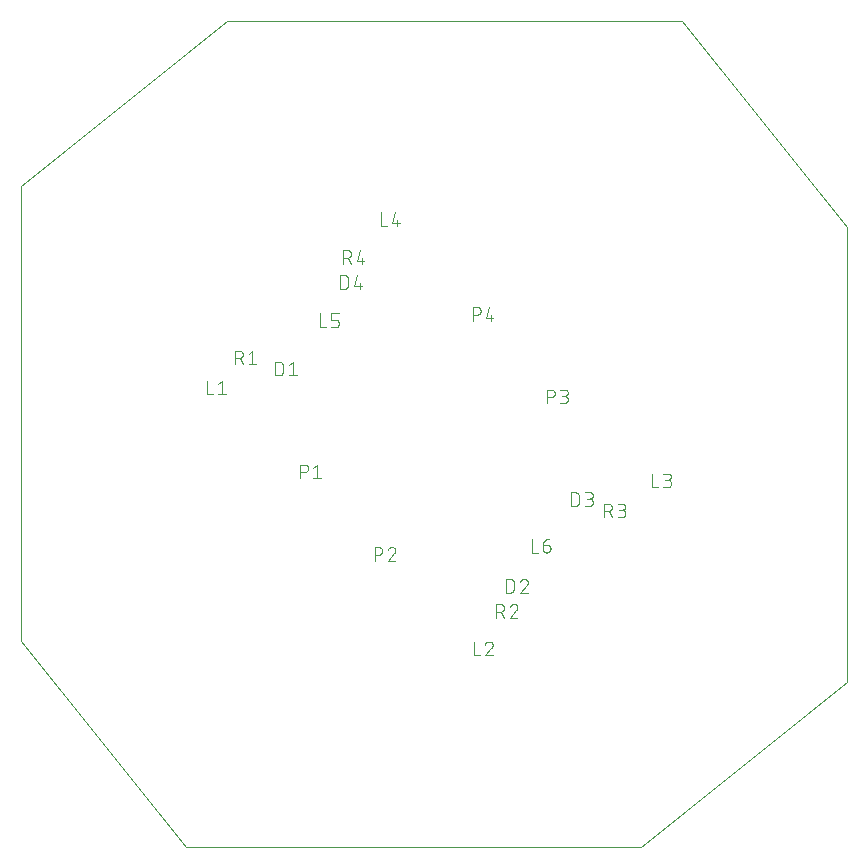
<source format=gbr>
G04 EAGLE Gerber RS-274X export*
G75*
%MOMM*%
%FSLAX34Y34*%
%LPD*%
%IN*%
%IPPOS*%
%AMOC8*
5,1,8,0,0,1.08239X$1,22.5*%
G01*
%ADD10C,0.001000*%
%ADD11C,0.101600*%


D10*
X-175000Y350000D02*
X-350000Y210000D01*
X-350000Y-175000D01*
X-210000Y-350000D01*
X175000Y-350000D01*
X350000Y-210000D01*
X350000Y175000D01*
X210000Y350000D01*
X-175000Y350000D01*
D11*
X-113129Y-25908D02*
X-113129Y-37592D01*
X-113129Y-25908D02*
X-109883Y-25908D01*
X-109770Y-25910D01*
X-109657Y-25916D01*
X-109544Y-25926D01*
X-109431Y-25940D01*
X-109319Y-25957D01*
X-109208Y-25979D01*
X-109098Y-26004D01*
X-108988Y-26034D01*
X-108880Y-26067D01*
X-108773Y-26104D01*
X-108667Y-26144D01*
X-108563Y-26189D01*
X-108460Y-26237D01*
X-108359Y-26288D01*
X-108260Y-26343D01*
X-108163Y-26401D01*
X-108068Y-26463D01*
X-107975Y-26528D01*
X-107885Y-26596D01*
X-107797Y-26667D01*
X-107711Y-26742D01*
X-107628Y-26819D01*
X-107548Y-26899D01*
X-107471Y-26982D01*
X-107396Y-27068D01*
X-107325Y-27156D01*
X-107257Y-27246D01*
X-107192Y-27339D01*
X-107130Y-27434D01*
X-107072Y-27531D01*
X-107017Y-27630D01*
X-106966Y-27731D01*
X-106918Y-27834D01*
X-106873Y-27938D01*
X-106833Y-28044D01*
X-106796Y-28151D01*
X-106763Y-28259D01*
X-106733Y-28369D01*
X-106708Y-28479D01*
X-106686Y-28590D01*
X-106669Y-28702D01*
X-106655Y-28815D01*
X-106645Y-28928D01*
X-106639Y-29041D01*
X-106637Y-29154D01*
X-106639Y-29267D01*
X-106645Y-29380D01*
X-106655Y-29493D01*
X-106669Y-29606D01*
X-106686Y-29718D01*
X-106708Y-29829D01*
X-106733Y-29939D01*
X-106763Y-30049D01*
X-106796Y-30157D01*
X-106833Y-30264D01*
X-106873Y-30370D01*
X-106918Y-30474D01*
X-106966Y-30577D01*
X-107017Y-30678D01*
X-107072Y-30777D01*
X-107130Y-30874D01*
X-107192Y-30969D01*
X-107257Y-31062D01*
X-107325Y-31152D01*
X-107396Y-31240D01*
X-107471Y-31326D01*
X-107548Y-31409D01*
X-107628Y-31489D01*
X-107711Y-31566D01*
X-107797Y-31641D01*
X-107885Y-31712D01*
X-107975Y-31780D01*
X-108068Y-31845D01*
X-108163Y-31907D01*
X-108260Y-31965D01*
X-108359Y-32020D01*
X-108460Y-32071D01*
X-108563Y-32119D01*
X-108667Y-32164D01*
X-108773Y-32204D01*
X-108880Y-32241D01*
X-108988Y-32274D01*
X-109098Y-32304D01*
X-109208Y-32329D01*
X-109319Y-32351D01*
X-109431Y-32368D01*
X-109544Y-32382D01*
X-109657Y-32392D01*
X-109770Y-32398D01*
X-109883Y-32400D01*
X-109883Y-32399D02*
X-113129Y-32399D01*
X-102249Y-28504D02*
X-99004Y-25908D01*
X-99004Y-37592D01*
X-102249Y-37592D02*
X-95758Y-37592D01*
X-50292Y-95758D02*
X-50292Y-107442D01*
X-50292Y-95758D02*
X-47046Y-95758D01*
X-46933Y-95760D01*
X-46820Y-95766D01*
X-46707Y-95776D01*
X-46594Y-95790D01*
X-46482Y-95807D01*
X-46371Y-95829D01*
X-46261Y-95854D01*
X-46151Y-95884D01*
X-46043Y-95917D01*
X-45936Y-95954D01*
X-45830Y-95994D01*
X-45726Y-96039D01*
X-45623Y-96087D01*
X-45522Y-96138D01*
X-45423Y-96193D01*
X-45326Y-96251D01*
X-45231Y-96313D01*
X-45138Y-96378D01*
X-45048Y-96446D01*
X-44960Y-96517D01*
X-44874Y-96592D01*
X-44791Y-96669D01*
X-44711Y-96749D01*
X-44634Y-96832D01*
X-44559Y-96918D01*
X-44488Y-97006D01*
X-44420Y-97096D01*
X-44355Y-97189D01*
X-44293Y-97284D01*
X-44235Y-97381D01*
X-44180Y-97480D01*
X-44129Y-97581D01*
X-44081Y-97684D01*
X-44036Y-97788D01*
X-43996Y-97894D01*
X-43959Y-98001D01*
X-43926Y-98109D01*
X-43896Y-98219D01*
X-43871Y-98329D01*
X-43849Y-98440D01*
X-43832Y-98552D01*
X-43818Y-98665D01*
X-43808Y-98778D01*
X-43802Y-98891D01*
X-43800Y-99004D01*
X-43802Y-99117D01*
X-43808Y-99230D01*
X-43818Y-99343D01*
X-43832Y-99456D01*
X-43849Y-99568D01*
X-43871Y-99679D01*
X-43896Y-99789D01*
X-43926Y-99899D01*
X-43959Y-100007D01*
X-43996Y-100114D01*
X-44036Y-100220D01*
X-44081Y-100324D01*
X-44129Y-100427D01*
X-44180Y-100528D01*
X-44235Y-100627D01*
X-44293Y-100724D01*
X-44355Y-100819D01*
X-44420Y-100912D01*
X-44488Y-101002D01*
X-44559Y-101090D01*
X-44634Y-101176D01*
X-44711Y-101259D01*
X-44791Y-101339D01*
X-44874Y-101416D01*
X-44960Y-101491D01*
X-45048Y-101562D01*
X-45138Y-101630D01*
X-45231Y-101695D01*
X-45326Y-101757D01*
X-45423Y-101815D01*
X-45522Y-101870D01*
X-45623Y-101921D01*
X-45726Y-101969D01*
X-45830Y-102014D01*
X-45936Y-102054D01*
X-46043Y-102091D01*
X-46151Y-102124D01*
X-46261Y-102154D01*
X-46371Y-102179D01*
X-46482Y-102201D01*
X-46594Y-102218D01*
X-46707Y-102232D01*
X-46820Y-102242D01*
X-46933Y-102248D01*
X-47046Y-102250D01*
X-47046Y-102249D02*
X-50292Y-102249D01*
X-35842Y-95758D02*
X-35735Y-95760D01*
X-35629Y-95766D01*
X-35523Y-95776D01*
X-35417Y-95789D01*
X-35311Y-95807D01*
X-35207Y-95828D01*
X-35103Y-95853D01*
X-35000Y-95882D01*
X-34899Y-95914D01*
X-34799Y-95951D01*
X-34700Y-95991D01*
X-34602Y-96034D01*
X-34506Y-96081D01*
X-34412Y-96132D01*
X-34320Y-96186D01*
X-34230Y-96243D01*
X-34142Y-96303D01*
X-34057Y-96367D01*
X-33974Y-96434D01*
X-33893Y-96504D01*
X-33815Y-96576D01*
X-33739Y-96652D01*
X-33667Y-96730D01*
X-33597Y-96811D01*
X-33530Y-96894D01*
X-33466Y-96979D01*
X-33406Y-97067D01*
X-33349Y-97157D01*
X-33295Y-97249D01*
X-33244Y-97343D01*
X-33197Y-97439D01*
X-33154Y-97537D01*
X-33114Y-97636D01*
X-33077Y-97736D01*
X-33045Y-97837D01*
X-33016Y-97940D01*
X-32991Y-98044D01*
X-32970Y-98148D01*
X-32952Y-98254D01*
X-32939Y-98360D01*
X-32929Y-98466D01*
X-32923Y-98572D01*
X-32921Y-98679D01*
X-35842Y-95758D02*
X-35963Y-95760D01*
X-36084Y-95766D01*
X-36204Y-95776D01*
X-36325Y-95789D01*
X-36444Y-95807D01*
X-36564Y-95828D01*
X-36682Y-95853D01*
X-36799Y-95882D01*
X-36916Y-95915D01*
X-37031Y-95951D01*
X-37145Y-95992D01*
X-37258Y-96035D01*
X-37370Y-96083D01*
X-37479Y-96134D01*
X-37587Y-96189D01*
X-37694Y-96247D01*
X-37798Y-96308D01*
X-37900Y-96373D01*
X-38000Y-96441D01*
X-38098Y-96512D01*
X-38194Y-96586D01*
X-38287Y-96663D01*
X-38377Y-96744D01*
X-38465Y-96827D01*
X-38550Y-96913D01*
X-38633Y-97002D01*
X-38712Y-97093D01*
X-38789Y-97187D01*
X-38862Y-97283D01*
X-38932Y-97381D01*
X-38999Y-97482D01*
X-39063Y-97585D01*
X-39124Y-97690D01*
X-39181Y-97797D01*
X-39234Y-97905D01*
X-39284Y-98015D01*
X-39331Y-98127D01*
X-39373Y-98240D01*
X-39412Y-98355D01*
X-33896Y-100951D02*
X-33817Y-100873D01*
X-33741Y-100793D01*
X-33668Y-100710D01*
X-33598Y-100624D01*
X-33531Y-100537D01*
X-33467Y-100446D01*
X-33407Y-100354D01*
X-33349Y-100260D01*
X-33295Y-100163D01*
X-33245Y-100065D01*
X-33198Y-99965D01*
X-33154Y-99864D01*
X-33114Y-99761D01*
X-33078Y-99656D01*
X-33046Y-99551D01*
X-33017Y-99444D01*
X-32992Y-99337D01*
X-32970Y-99228D01*
X-32953Y-99119D01*
X-32939Y-99010D01*
X-32930Y-98900D01*
X-32924Y-98789D01*
X-32922Y-98679D01*
X-33895Y-100951D02*
X-39412Y-107442D01*
X-32921Y-107442D01*
X95758Y25908D02*
X95758Y37592D01*
X99004Y37592D01*
X99117Y37590D01*
X99230Y37584D01*
X99343Y37574D01*
X99456Y37560D01*
X99568Y37543D01*
X99679Y37521D01*
X99789Y37496D01*
X99899Y37466D01*
X100007Y37433D01*
X100114Y37396D01*
X100220Y37356D01*
X100324Y37311D01*
X100427Y37263D01*
X100528Y37212D01*
X100627Y37157D01*
X100724Y37099D01*
X100819Y37037D01*
X100912Y36972D01*
X101002Y36904D01*
X101090Y36833D01*
X101176Y36758D01*
X101259Y36681D01*
X101339Y36601D01*
X101416Y36518D01*
X101491Y36432D01*
X101562Y36344D01*
X101630Y36254D01*
X101695Y36161D01*
X101757Y36066D01*
X101815Y35969D01*
X101870Y35870D01*
X101921Y35769D01*
X101969Y35666D01*
X102014Y35562D01*
X102054Y35456D01*
X102091Y35349D01*
X102124Y35241D01*
X102154Y35131D01*
X102179Y35021D01*
X102201Y34910D01*
X102218Y34798D01*
X102232Y34685D01*
X102242Y34572D01*
X102248Y34459D01*
X102250Y34346D01*
X102248Y34233D01*
X102242Y34120D01*
X102232Y34007D01*
X102218Y33894D01*
X102201Y33782D01*
X102179Y33671D01*
X102154Y33561D01*
X102124Y33451D01*
X102091Y33343D01*
X102054Y33236D01*
X102014Y33130D01*
X101969Y33026D01*
X101921Y32923D01*
X101870Y32822D01*
X101815Y32723D01*
X101757Y32626D01*
X101695Y32531D01*
X101630Y32438D01*
X101562Y32348D01*
X101491Y32260D01*
X101416Y32174D01*
X101339Y32091D01*
X101259Y32011D01*
X101176Y31934D01*
X101090Y31859D01*
X101002Y31788D01*
X100912Y31720D01*
X100819Y31655D01*
X100724Y31593D01*
X100627Y31535D01*
X100528Y31480D01*
X100427Y31429D01*
X100324Y31381D01*
X100220Y31336D01*
X100114Y31296D01*
X100007Y31259D01*
X99899Y31226D01*
X99789Y31196D01*
X99679Y31171D01*
X99568Y31149D01*
X99456Y31132D01*
X99343Y31118D01*
X99230Y31108D01*
X99117Y31102D01*
X99004Y31100D01*
X99004Y31101D02*
X95758Y31101D01*
X106638Y25908D02*
X109883Y25908D01*
X109996Y25910D01*
X110109Y25916D01*
X110222Y25926D01*
X110335Y25940D01*
X110447Y25957D01*
X110558Y25979D01*
X110668Y26004D01*
X110778Y26034D01*
X110886Y26067D01*
X110993Y26104D01*
X111099Y26144D01*
X111203Y26189D01*
X111306Y26237D01*
X111407Y26288D01*
X111506Y26343D01*
X111603Y26401D01*
X111698Y26463D01*
X111791Y26528D01*
X111881Y26596D01*
X111969Y26667D01*
X112055Y26742D01*
X112138Y26819D01*
X112218Y26899D01*
X112295Y26982D01*
X112370Y27068D01*
X112441Y27156D01*
X112509Y27246D01*
X112574Y27339D01*
X112636Y27434D01*
X112694Y27531D01*
X112749Y27630D01*
X112800Y27731D01*
X112848Y27834D01*
X112893Y27938D01*
X112933Y28044D01*
X112970Y28151D01*
X113003Y28259D01*
X113033Y28369D01*
X113058Y28479D01*
X113080Y28590D01*
X113097Y28702D01*
X113111Y28815D01*
X113121Y28928D01*
X113127Y29041D01*
X113129Y29154D01*
X113127Y29267D01*
X113121Y29380D01*
X113111Y29493D01*
X113097Y29606D01*
X113080Y29718D01*
X113058Y29829D01*
X113033Y29939D01*
X113003Y30049D01*
X112970Y30157D01*
X112933Y30264D01*
X112893Y30370D01*
X112848Y30474D01*
X112800Y30577D01*
X112749Y30678D01*
X112694Y30777D01*
X112636Y30874D01*
X112574Y30969D01*
X112509Y31062D01*
X112441Y31152D01*
X112370Y31240D01*
X112295Y31326D01*
X112218Y31409D01*
X112138Y31489D01*
X112055Y31566D01*
X111969Y31641D01*
X111881Y31712D01*
X111791Y31780D01*
X111698Y31845D01*
X111603Y31907D01*
X111506Y31965D01*
X111407Y32020D01*
X111306Y32071D01*
X111203Y32119D01*
X111099Y32164D01*
X110993Y32204D01*
X110886Y32241D01*
X110778Y32274D01*
X110668Y32304D01*
X110558Y32329D01*
X110447Y32351D01*
X110335Y32368D01*
X110222Y32382D01*
X110109Y32392D01*
X109996Y32398D01*
X109883Y32400D01*
X110532Y37592D02*
X106638Y37592D01*
X110532Y37592D02*
X110633Y37590D01*
X110733Y37584D01*
X110833Y37574D01*
X110933Y37561D01*
X111032Y37543D01*
X111131Y37522D01*
X111228Y37497D01*
X111325Y37468D01*
X111420Y37435D01*
X111514Y37399D01*
X111606Y37359D01*
X111697Y37316D01*
X111786Y37269D01*
X111873Y37219D01*
X111959Y37165D01*
X112042Y37108D01*
X112122Y37048D01*
X112201Y36985D01*
X112277Y36918D01*
X112350Y36849D01*
X112420Y36777D01*
X112488Y36703D01*
X112553Y36626D01*
X112614Y36546D01*
X112673Y36464D01*
X112728Y36380D01*
X112780Y36294D01*
X112829Y36206D01*
X112874Y36116D01*
X112916Y36024D01*
X112954Y35931D01*
X112988Y35836D01*
X113019Y35741D01*
X113046Y35644D01*
X113069Y35546D01*
X113089Y35447D01*
X113104Y35347D01*
X113116Y35247D01*
X113124Y35147D01*
X113128Y35046D01*
X113128Y34946D01*
X113124Y34845D01*
X113116Y34745D01*
X113104Y34645D01*
X113089Y34545D01*
X113069Y34446D01*
X113046Y34348D01*
X113019Y34251D01*
X112988Y34156D01*
X112954Y34061D01*
X112916Y33968D01*
X112874Y33876D01*
X112829Y33786D01*
X112780Y33698D01*
X112728Y33612D01*
X112673Y33528D01*
X112614Y33446D01*
X112553Y33366D01*
X112488Y33289D01*
X112420Y33215D01*
X112350Y33143D01*
X112277Y33074D01*
X112201Y33007D01*
X112122Y32944D01*
X112042Y32884D01*
X111959Y32827D01*
X111873Y32773D01*
X111786Y32723D01*
X111697Y32676D01*
X111606Y32633D01*
X111514Y32593D01*
X111420Y32557D01*
X111325Y32524D01*
X111228Y32495D01*
X111131Y32470D01*
X111032Y32449D01*
X110933Y32431D01*
X110833Y32418D01*
X110733Y32408D01*
X110633Y32402D01*
X110532Y32400D01*
X110532Y32399D02*
X107936Y32399D01*
X32921Y95758D02*
X32921Y107442D01*
X36167Y107442D01*
X36280Y107440D01*
X36393Y107434D01*
X36506Y107424D01*
X36619Y107410D01*
X36731Y107393D01*
X36842Y107371D01*
X36952Y107346D01*
X37062Y107316D01*
X37170Y107283D01*
X37277Y107246D01*
X37383Y107206D01*
X37487Y107161D01*
X37590Y107113D01*
X37691Y107062D01*
X37790Y107007D01*
X37887Y106949D01*
X37982Y106887D01*
X38075Y106822D01*
X38165Y106754D01*
X38253Y106683D01*
X38339Y106608D01*
X38422Y106531D01*
X38502Y106451D01*
X38579Y106368D01*
X38654Y106282D01*
X38725Y106194D01*
X38793Y106104D01*
X38858Y106011D01*
X38920Y105916D01*
X38978Y105819D01*
X39033Y105720D01*
X39084Y105619D01*
X39132Y105516D01*
X39177Y105412D01*
X39217Y105306D01*
X39254Y105199D01*
X39287Y105091D01*
X39317Y104981D01*
X39342Y104871D01*
X39364Y104760D01*
X39381Y104648D01*
X39395Y104535D01*
X39405Y104422D01*
X39411Y104309D01*
X39413Y104196D01*
X39411Y104083D01*
X39405Y103970D01*
X39395Y103857D01*
X39381Y103744D01*
X39364Y103632D01*
X39342Y103521D01*
X39317Y103411D01*
X39287Y103301D01*
X39254Y103193D01*
X39217Y103086D01*
X39177Y102980D01*
X39132Y102876D01*
X39084Y102773D01*
X39033Y102672D01*
X38978Y102573D01*
X38920Y102476D01*
X38858Y102381D01*
X38793Y102288D01*
X38725Y102198D01*
X38654Y102110D01*
X38579Y102024D01*
X38502Y101941D01*
X38422Y101861D01*
X38339Y101784D01*
X38253Y101709D01*
X38165Y101638D01*
X38075Y101570D01*
X37982Y101505D01*
X37887Y101443D01*
X37790Y101385D01*
X37691Y101330D01*
X37590Y101279D01*
X37487Y101231D01*
X37383Y101186D01*
X37277Y101146D01*
X37170Y101109D01*
X37062Y101076D01*
X36952Y101046D01*
X36842Y101021D01*
X36731Y100999D01*
X36619Y100982D01*
X36506Y100968D01*
X36393Y100958D01*
X36280Y100952D01*
X36167Y100950D01*
X36167Y100951D02*
X32921Y100951D01*
X43801Y98354D02*
X46397Y107442D01*
X43801Y98354D02*
X50292Y98354D01*
X48345Y100951D02*
X48345Y95758D01*
X-134460Y61181D02*
X-134460Y49497D01*
X-134460Y61181D02*
X-131214Y61181D01*
X-131101Y61179D01*
X-130988Y61173D01*
X-130875Y61163D01*
X-130762Y61149D01*
X-130650Y61132D01*
X-130539Y61110D01*
X-130429Y61085D01*
X-130319Y61055D01*
X-130211Y61022D01*
X-130104Y60985D01*
X-129998Y60945D01*
X-129894Y60900D01*
X-129791Y60852D01*
X-129690Y60801D01*
X-129591Y60746D01*
X-129494Y60688D01*
X-129399Y60626D01*
X-129306Y60561D01*
X-129216Y60493D01*
X-129128Y60422D01*
X-129042Y60347D01*
X-128959Y60270D01*
X-128879Y60190D01*
X-128802Y60107D01*
X-128727Y60021D01*
X-128656Y59933D01*
X-128588Y59843D01*
X-128523Y59750D01*
X-128461Y59655D01*
X-128403Y59558D01*
X-128348Y59459D01*
X-128297Y59358D01*
X-128249Y59255D01*
X-128204Y59151D01*
X-128164Y59045D01*
X-128127Y58938D01*
X-128094Y58830D01*
X-128064Y58720D01*
X-128039Y58610D01*
X-128017Y58499D01*
X-128000Y58387D01*
X-127986Y58274D01*
X-127976Y58161D01*
X-127970Y58048D01*
X-127968Y57935D01*
X-127969Y57935D02*
X-127969Y52743D01*
X-127968Y52743D02*
X-127970Y52630D01*
X-127976Y52517D01*
X-127986Y52404D01*
X-128000Y52291D01*
X-128017Y52179D01*
X-128039Y52068D01*
X-128064Y51958D01*
X-128094Y51848D01*
X-128127Y51740D01*
X-128164Y51633D01*
X-128204Y51527D01*
X-128249Y51423D01*
X-128297Y51320D01*
X-128348Y51219D01*
X-128403Y51120D01*
X-128461Y51023D01*
X-128523Y50928D01*
X-128588Y50835D01*
X-128656Y50745D01*
X-128727Y50657D01*
X-128802Y50571D01*
X-128879Y50488D01*
X-128959Y50408D01*
X-129042Y50331D01*
X-129128Y50256D01*
X-129216Y50185D01*
X-129306Y50117D01*
X-129399Y50052D01*
X-129494Y49990D01*
X-129591Y49932D01*
X-129690Y49877D01*
X-129791Y49826D01*
X-129894Y49778D01*
X-129998Y49733D01*
X-130104Y49693D01*
X-130211Y49656D01*
X-130319Y49623D01*
X-130429Y49593D01*
X-130539Y49568D01*
X-130650Y49546D01*
X-130762Y49529D01*
X-130875Y49515D01*
X-130988Y49505D01*
X-131101Y49499D01*
X-131214Y49497D01*
X-134460Y49497D01*
X-122649Y58585D02*
X-119404Y61181D01*
X-119404Y49497D01*
X-122649Y49497D02*
X-116158Y49497D01*
X60979Y-122776D02*
X60979Y-134460D01*
X60979Y-122776D02*
X64224Y-122776D01*
X64337Y-122778D01*
X64450Y-122784D01*
X64563Y-122794D01*
X64676Y-122808D01*
X64788Y-122825D01*
X64899Y-122847D01*
X65009Y-122872D01*
X65119Y-122902D01*
X65227Y-122935D01*
X65334Y-122972D01*
X65440Y-123012D01*
X65544Y-123057D01*
X65647Y-123105D01*
X65748Y-123156D01*
X65847Y-123211D01*
X65944Y-123269D01*
X66039Y-123331D01*
X66132Y-123396D01*
X66222Y-123464D01*
X66310Y-123535D01*
X66396Y-123610D01*
X66479Y-123687D01*
X66559Y-123767D01*
X66636Y-123850D01*
X66711Y-123936D01*
X66782Y-124024D01*
X66850Y-124114D01*
X66915Y-124207D01*
X66977Y-124302D01*
X67035Y-124399D01*
X67090Y-124498D01*
X67141Y-124599D01*
X67189Y-124702D01*
X67234Y-124806D01*
X67274Y-124912D01*
X67311Y-125019D01*
X67344Y-125127D01*
X67374Y-125237D01*
X67399Y-125347D01*
X67421Y-125458D01*
X67438Y-125570D01*
X67452Y-125683D01*
X67462Y-125796D01*
X67468Y-125909D01*
X67470Y-126022D01*
X67470Y-131214D01*
X67471Y-131214D02*
X67469Y-131327D01*
X67463Y-131440D01*
X67453Y-131553D01*
X67439Y-131666D01*
X67422Y-131778D01*
X67400Y-131889D01*
X67375Y-131999D01*
X67345Y-132109D01*
X67312Y-132217D01*
X67275Y-132324D01*
X67235Y-132430D01*
X67190Y-132534D01*
X67142Y-132637D01*
X67091Y-132738D01*
X67036Y-132837D01*
X66978Y-132934D01*
X66916Y-133029D01*
X66851Y-133122D01*
X66783Y-133212D01*
X66712Y-133300D01*
X66637Y-133386D01*
X66560Y-133469D01*
X66480Y-133549D01*
X66397Y-133626D01*
X66311Y-133701D01*
X66223Y-133772D01*
X66133Y-133840D01*
X66040Y-133905D01*
X65945Y-133967D01*
X65848Y-134025D01*
X65749Y-134080D01*
X65648Y-134131D01*
X65545Y-134179D01*
X65441Y-134224D01*
X65335Y-134264D01*
X65228Y-134301D01*
X65120Y-134334D01*
X65010Y-134364D01*
X64900Y-134389D01*
X64789Y-134411D01*
X64677Y-134428D01*
X64564Y-134442D01*
X64451Y-134452D01*
X64338Y-134458D01*
X64225Y-134460D01*
X64224Y-134460D02*
X60979Y-134460D01*
X76360Y-122776D02*
X76467Y-122778D01*
X76573Y-122784D01*
X76679Y-122794D01*
X76785Y-122807D01*
X76891Y-122825D01*
X76995Y-122846D01*
X77099Y-122871D01*
X77202Y-122900D01*
X77303Y-122932D01*
X77403Y-122969D01*
X77502Y-123009D01*
X77600Y-123052D01*
X77696Y-123099D01*
X77790Y-123150D01*
X77882Y-123204D01*
X77972Y-123261D01*
X78060Y-123321D01*
X78145Y-123385D01*
X78228Y-123452D01*
X78309Y-123522D01*
X78387Y-123594D01*
X78463Y-123670D01*
X78535Y-123748D01*
X78605Y-123829D01*
X78672Y-123912D01*
X78736Y-123997D01*
X78796Y-124085D01*
X78853Y-124175D01*
X78907Y-124267D01*
X78958Y-124361D01*
X79005Y-124457D01*
X79048Y-124555D01*
X79088Y-124654D01*
X79125Y-124754D01*
X79157Y-124855D01*
X79186Y-124958D01*
X79211Y-125062D01*
X79232Y-125166D01*
X79250Y-125272D01*
X79263Y-125378D01*
X79273Y-125484D01*
X79279Y-125590D01*
X79281Y-125697D01*
X76360Y-122776D02*
X76239Y-122778D01*
X76118Y-122784D01*
X75998Y-122794D01*
X75877Y-122807D01*
X75758Y-122825D01*
X75638Y-122846D01*
X75520Y-122871D01*
X75403Y-122900D01*
X75286Y-122933D01*
X75171Y-122969D01*
X75057Y-123010D01*
X74944Y-123053D01*
X74832Y-123101D01*
X74723Y-123152D01*
X74615Y-123207D01*
X74508Y-123265D01*
X74404Y-123326D01*
X74302Y-123391D01*
X74202Y-123459D01*
X74104Y-123530D01*
X74008Y-123604D01*
X73915Y-123681D01*
X73825Y-123762D01*
X73737Y-123845D01*
X73652Y-123931D01*
X73569Y-124020D01*
X73490Y-124111D01*
X73413Y-124205D01*
X73340Y-124301D01*
X73270Y-124399D01*
X73203Y-124500D01*
X73139Y-124603D01*
X73079Y-124708D01*
X73021Y-124815D01*
X72968Y-124923D01*
X72918Y-125033D01*
X72872Y-125145D01*
X72829Y-125258D01*
X72790Y-125373D01*
X78307Y-127969D02*
X78386Y-127891D01*
X78462Y-127811D01*
X78535Y-127728D01*
X78605Y-127642D01*
X78672Y-127555D01*
X78736Y-127464D01*
X78796Y-127372D01*
X78854Y-127278D01*
X78908Y-127181D01*
X78958Y-127083D01*
X79005Y-126983D01*
X79049Y-126882D01*
X79089Y-126779D01*
X79125Y-126674D01*
X79157Y-126569D01*
X79186Y-126462D01*
X79211Y-126355D01*
X79233Y-126246D01*
X79250Y-126137D01*
X79264Y-126028D01*
X79273Y-125918D01*
X79279Y-125807D01*
X79281Y-125697D01*
X78307Y-127969D02*
X72790Y-134460D01*
X79281Y-134460D01*
X116158Y-61181D02*
X116158Y-49497D01*
X119403Y-49497D01*
X119516Y-49499D01*
X119629Y-49505D01*
X119742Y-49515D01*
X119855Y-49529D01*
X119967Y-49546D01*
X120078Y-49568D01*
X120188Y-49593D01*
X120298Y-49623D01*
X120406Y-49656D01*
X120513Y-49693D01*
X120619Y-49733D01*
X120723Y-49778D01*
X120826Y-49826D01*
X120927Y-49877D01*
X121026Y-49932D01*
X121123Y-49990D01*
X121218Y-50052D01*
X121311Y-50117D01*
X121401Y-50185D01*
X121489Y-50256D01*
X121575Y-50331D01*
X121658Y-50408D01*
X121738Y-50488D01*
X121815Y-50571D01*
X121890Y-50657D01*
X121961Y-50745D01*
X122029Y-50835D01*
X122094Y-50928D01*
X122156Y-51023D01*
X122214Y-51120D01*
X122269Y-51219D01*
X122320Y-51320D01*
X122368Y-51423D01*
X122413Y-51527D01*
X122453Y-51633D01*
X122490Y-51740D01*
X122523Y-51848D01*
X122553Y-51958D01*
X122578Y-52068D01*
X122600Y-52179D01*
X122617Y-52291D01*
X122631Y-52404D01*
X122641Y-52517D01*
X122647Y-52630D01*
X122649Y-52743D01*
X122649Y-57935D01*
X122650Y-57935D02*
X122648Y-58048D01*
X122642Y-58161D01*
X122632Y-58274D01*
X122618Y-58387D01*
X122601Y-58499D01*
X122579Y-58610D01*
X122554Y-58720D01*
X122524Y-58830D01*
X122491Y-58938D01*
X122454Y-59045D01*
X122414Y-59151D01*
X122369Y-59255D01*
X122321Y-59358D01*
X122270Y-59459D01*
X122215Y-59558D01*
X122157Y-59655D01*
X122095Y-59750D01*
X122030Y-59843D01*
X121962Y-59933D01*
X121891Y-60021D01*
X121816Y-60107D01*
X121739Y-60190D01*
X121659Y-60270D01*
X121576Y-60347D01*
X121490Y-60422D01*
X121402Y-60493D01*
X121312Y-60561D01*
X121219Y-60626D01*
X121124Y-60688D01*
X121027Y-60746D01*
X120928Y-60801D01*
X120827Y-60852D01*
X120724Y-60900D01*
X120620Y-60945D01*
X120514Y-60985D01*
X120407Y-61022D01*
X120299Y-61055D01*
X120189Y-61085D01*
X120079Y-61110D01*
X119968Y-61132D01*
X119856Y-61149D01*
X119743Y-61163D01*
X119630Y-61173D01*
X119517Y-61179D01*
X119404Y-61181D01*
X119403Y-61181D02*
X116158Y-61181D01*
X127969Y-61181D02*
X131214Y-61181D01*
X131327Y-61179D01*
X131440Y-61173D01*
X131553Y-61163D01*
X131666Y-61149D01*
X131778Y-61132D01*
X131889Y-61110D01*
X131999Y-61085D01*
X132109Y-61055D01*
X132217Y-61022D01*
X132324Y-60985D01*
X132430Y-60945D01*
X132534Y-60900D01*
X132637Y-60852D01*
X132738Y-60801D01*
X132837Y-60746D01*
X132934Y-60688D01*
X133029Y-60626D01*
X133122Y-60561D01*
X133212Y-60493D01*
X133300Y-60422D01*
X133386Y-60347D01*
X133469Y-60270D01*
X133549Y-60190D01*
X133626Y-60107D01*
X133701Y-60021D01*
X133772Y-59933D01*
X133840Y-59843D01*
X133905Y-59750D01*
X133967Y-59655D01*
X134025Y-59558D01*
X134080Y-59459D01*
X134131Y-59358D01*
X134179Y-59255D01*
X134224Y-59151D01*
X134264Y-59045D01*
X134301Y-58938D01*
X134334Y-58830D01*
X134364Y-58720D01*
X134389Y-58610D01*
X134411Y-58499D01*
X134428Y-58387D01*
X134442Y-58274D01*
X134452Y-58161D01*
X134458Y-58048D01*
X134460Y-57935D01*
X134458Y-57822D01*
X134452Y-57709D01*
X134442Y-57596D01*
X134428Y-57483D01*
X134411Y-57371D01*
X134389Y-57260D01*
X134364Y-57150D01*
X134334Y-57040D01*
X134301Y-56932D01*
X134264Y-56825D01*
X134224Y-56719D01*
X134179Y-56615D01*
X134131Y-56512D01*
X134080Y-56411D01*
X134025Y-56312D01*
X133967Y-56215D01*
X133905Y-56120D01*
X133840Y-56027D01*
X133772Y-55937D01*
X133701Y-55849D01*
X133626Y-55763D01*
X133549Y-55680D01*
X133469Y-55600D01*
X133386Y-55523D01*
X133300Y-55448D01*
X133212Y-55377D01*
X133122Y-55309D01*
X133029Y-55244D01*
X132934Y-55182D01*
X132837Y-55124D01*
X132738Y-55069D01*
X132637Y-55018D01*
X132534Y-54970D01*
X132430Y-54925D01*
X132324Y-54885D01*
X132217Y-54848D01*
X132109Y-54815D01*
X131999Y-54785D01*
X131889Y-54760D01*
X131778Y-54738D01*
X131666Y-54721D01*
X131553Y-54707D01*
X131440Y-54697D01*
X131327Y-54691D01*
X131214Y-54689D01*
X131864Y-49497D02*
X127969Y-49497D01*
X131864Y-49497D02*
X131965Y-49499D01*
X132065Y-49505D01*
X132165Y-49515D01*
X132265Y-49528D01*
X132364Y-49546D01*
X132463Y-49567D01*
X132560Y-49592D01*
X132657Y-49621D01*
X132752Y-49654D01*
X132846Y-49690D01*
X132938Y-49730D01*
X133029Y-49773D01*
X133118Y-49820D01*
X133205Y-49870D01*
X133291Y-49924D01*
X133374Y-49981D01*
X133454Y-50041D01*
X133533Y-50104D01*
X133609Y-50171D01*
X133682Y-50240D01*
X133752Y-50312D01*
X133820Y-50386D01*
X133885Y-50463D01*
X133946Y-50543D01*
X134005Y-50625D01*
X134060Y-50709D01*
X134112Y-50795D01*
X134161Y-50883D01*
X134206Y-50973D01*
X134248Y-51065D01*
X134286Y-51158D01*
X134320Y-51253D01*
X134351Y-51348D01*
X134378Y-51445D01*
X134401Y-51543D01*
X134421Y-51642D01*
X134436Y-51742D01*
X134448Y-51842D01*
X134456Y-51942D01*
X134460Y-52043D01*
X134460Y-52143D01*
X134456Y-52244D01*
X134448Y-52344D01*
X134436Y-52444D01*
X134421Y-52544D01*
X134401Y-52643D01*
X134378Y-52741D01*
X134351Y-52838D01*
X134320Y-52933D01*
X134286Y-53028D01*
X134248Y-53121D01*
X134206Y-53213D01*
X134161Y-53303D01*
X134112Y-53391D01*
X134060Y-53477D01*
X134005Y-53561D01*
X133946Y-53643D01*
X133885Y-53723D01*
X133820Y-53800D01*
X133752Y-53874D01*
X133682Y-53946D01*
X133609Y-54015D01*
X133533Y-54082D01*
X133454Y-54145D01*
X133374Y-54205D01*
X133291Y-54262D01*
X133205Y-54316D01*
X133118Y-54366D01*
X133029Y-54413D01*
X132938Y-54456D01*
X132846Y-54496D01*
X132752Y-54532D01*
X132657Y-54565D01*
X132560Y-54594D01*
X132463Y-54619D01*
X132364Y-54640D01*
X132265Y-54658D01*
X132165Y-54671D01*
X132065Y-54681D01*
X131965Y-54687D01*
X131864Y-54689D01*
X131864Y-54690D02*
X129267Y-54690D01*
X-79281Y122776D02*
X-79281Y134460D01*
X-76035Y134460D01*
X-75922Y134458D01*
X-75809Y134452D01*
X-75696Y134442D01*
X-75583Y134428D01*
X-75471Y134411D01*
X-75360Y134389D01*
X-75250Y134364D01*
X-75140Y134334D01*
X-75032Y134301D01*
X-74925Y134264D01*
X-74819Y134224D01*
X-74715Y134179D01*
X-74612Y134131D01*
X-74511Y134080D01*
X-74412Y134025D01*
X-74315Y133967D01*
X-74220Y133905D01*
X-74127Y133840D01*
X-74037Y133772D01*
X-73949Y133701D01*
X-73863Y133626D01*
X-73780Y133549D01*
X-73700Y133469D01*
X-73623Y133386D01*
X-73548Y133300D01*
X-73477Y133212D01*
X-73409Y133122D01*
X-73344Y133029D01*
X-73282Y132934D01*
X-73224Y132837D01*
X-73169Y132738D01*
X-73118Y132637D01*
X-73070Y132534D01*
X-73025Y132430D01*
X-72985Y132324D01*
X-72948Y132217D01*
X-72915Y132109D01*
X-72885Y131999D01*
X-72860Y131889D01*
X-72838Y131778D01*
X-72821Y131666D01*
X-72807Y131553D01*
X-72797Y131440D01*
X-72791Y131327D01*
X-72789Y131214D01*
X-72790Y131214D02*
X-72790Y126022D01*
X-72789Y126022D02*
X-72791Y125909D01*
X-72797Y125796D01*
X-72807Y125683D01*
X-72821Y125570D01*
X-72838Y125458D01*
X-72860Y125347D01*
X-72885Y125237D01*
X-72915Y125127D01*
X-72948Y125019D01*
X-72985Y124912D01*
X-73025Y124806D01*
X-73070Y124702D01*
X-73118Y124599D01*
X-73169Y124498D01*
X-73224Y124399D01*
X-73282Y124302D01*
X-73344Y124207D01*
X-73409Y124114D01*
X-73477Y124024D01*
X-73548Y123936D01*
X-73623Y123850D01*
X-73700Y123767D01*
X-73780Y123687D01*
X-73863Y123610D01*
X-73949Y123535D01*
X-74037Y123464D01*
X-74127Y123396D01*
X-74220Y123331D01*
X-74315Y123269D01*
X-74412Y123211D01*
X-74511Y123156D01*
X-74612Y123105D01*
X-74715Y123057D01*
X-74819Y123012D01*
X-74925Y122972D01*
X-75032Y122935D01*
X-75140Y122902D01*
X-75250Y122872D01*
X-75360Y122847D01*
X-75471Y122825D01*
X-75583Y122808D01*
X-75696Y122794D01*
X-75809Y122784D01*
X-75922Y122778D01*
X-76035Y122776D01*
X-79281Y122776D01*
X-67470Y125372D02*
X-64874Y134460D01*
X-67470Y125372D02*
X-60979Y125372D01*
X-62926Y127969D02*
X-62926Y122776D01*
X-168402Y70612D02*
X-168402Y58928D01*
X-168402Y70612D02*
X-165156Y70612D01*
X-165043Y70610D01*
X-164930Y70604D01*
X-164817Y70594D01*
X-164704Y70580D01*
X-164592Y70563D01*
X-164481Y70541D01*
X-164371Y70516D01*
X-164261Y70486D01*
X-164153Y70453D01*
X-164046Y70416D01*
X-163940Y70376D01*
X-163836Y70331D01*
X-163733Y70283D01*
X-163632Y70232D01*
X-163533Y70177D01*
X-163436Y70119D01*
X-163341Y70057D01*
X-163248Y69992D01*
X-163158Y69924D01*
X-163070Y69853D01*
X-162984Y69778D01*
X-162901Y69701D01*
X-162821Y69621D01*
X-162744Y69538D01*
X-162669Y69452D01*
X-162598Y69364D01*
X-162530Y69274D01*
X-162465Y69181D01*
X-162403Y69086D01*
X-162345Y68989D01*
X-162290Y68890D01*
X-162239Y68789D01*
X-162191Y68686D01*
X-162146Y68582D01*
X-162106Y68476D01*
X-162069Y68369D01*
X-162036Y68261D01*
X-162006Y68151D01*
X-161981Y68041D01*
X-161959Y67930D01*
X-161942Y67818D01*
X-161928Y67705D01*
X-161918Y67592D01*
X-161912Y67479D01*
X-161910Y67366D01*
X-161912Y67253D01*
X-161918Y67140D01*
X-161928Y67027D01*
X-161942Y66914D01*
X-161959Y66802D01*
X-161981Y66691D01*
X-162006Y66581D01*
X-162036Y66471D01*
X-162069Y66363D01*
X-162106Y66256D01*
X-162146Y66150D01*
X-162191Y66046D01*
X-162239Y65943D01*
X-162290Y65842D01*
X-162345Y65743D01*
X-162403Y65646D01*
X-162465Y65551D01*
X-162530Y65458D01*
X-162598Y65368D01*
X-162669Y65280D01*
X-162744Y65194D01*
X-162821Y65111D01*
X-162901Y65031D01*
X-162984Y64954D01*
X-163070Y64879D01*
X-163158Y64808D01*
X-163248Y64740D01*
X-163341Y64675D01*
X-163436Y64613D01*
X-163533Y64555D01*
X-163632Y64500D01*
X-163733Y64449D01*
X-163836Y64401D01*
X-163940Y64356D01*
X-164046Y64316D01*
X-164153Y64279D01*
X-164261Y64246D01*
X-164371Y64216D01*
X-164481Y64191D01*
X-164592Y64169D01*
X-164704Y64152D01*
X-164817Y64138D01*
X-164930Y64128D01*
X-165043Y64122D01*
X-165156Y64120D01*
X-165156Y64121D02*
X-168402Y64121D01*
X-164507Y64121D02*
X-161911Y58928D01*
X-157046Y68016D02*
X-153800Y70612D01*
X-153800Y58928D01*
X-150555Y58928D02*
X-157046Y58928D01*
X52765Y-144018D02*
X52765Y-155702D01*
X52765Y-144018D02*
X56010Y-144018D01*
X56123Y-144020D01*
X56236Y-144026D01*
X56349Y-144036D01*
X56462Y-144050D01*
X56574Y-144067D01*
X56685Y-144089D01*
X56795Y-144114D01*
X56905Y-144144D01*
X57013Y-144177D01*
X57120Y-144214D01*
X57226Y-144254D01*
X57330Y-144299D01*
X57433Y-144347D01*
X57534Y-144398D01*
X57633Y-144453D01*
X57730Y-144511D01*
X57825Y-144573D01*
X57918Y-144638D01*
X58008Y-144706D01*
X58096Y-144777D01*
X58182Y-144852D01*
X58265Y-144929D01*
X58345Y-145009D01*
X58422Y-145092D01*
X58497Y-145178D01*
X58568Y-145266D01*
X58636Y-145356D01*
X58701Y-145449D01*
X58763Y-145544D01*
X58821Y-145641D01*
X58876Y-145740D01*
X58927Y-145841D01*
X58975Y-145944D01*
X59020Y-146048D01*
X59060Y-146154D01*
X59097Y-146261D01*
X59130Y-146369D01*
X59160Y-146479D01*
X59185Y-146589D01*
X59207Y-146700D01*
X59224Y-146812D01*
X59238Y-146925D01*
X59248Y-147038D01*
X59254Y-147151D01*
X59256Y-147264D01*
X59254Y-147377D01*
X59248Y-147490D01*
X59238Y-147603D01*
X59224Y-147716D01*
X59207Y-147828D01*
X59185Y-147939D01*
X59160Y-148049D01*
X59130Y-148159D01*
X59097Y-148267D01*
X59060Y-148374D01*
X59020Y-148480D01*
X58975Y-148584D01*
X58927Y-148687D01*
X58876Y-148788D01*
X58821Y-148887D01*
X58763Y-148984D01*
X58701Y-149079D01*
X58636Y-149172D01*
X58568Y-149262D01*
X58497Y-149350D01*
X58422Y-149436D01*
X58345Y-149519D01*
X58265Y-149599D01*
X58182Y-149676D01*
X58096Y-149751D01*
X58008Y-149822D01*
X57918Y-149890D01*
X57825Y-149955D01*
X57730Y-150017D01*
X57633Y-150075D01*
X57534Y-150130D01*
X57433Y-150181D01*
X57330Y-150229D01*
X57226Y-150274D01*
X57120Y-150314D01*
X57013Y-150351D01*
X56905Y-150384D01*
X56795Y-150414D01*
X56685Y-150439D01*
X56574Y-150461D01*
X56462Y-150478D01*
X56349Y-150492D01*
X56236Y-150502D01*
X56123Y-150508D01*
X56010Y-150510D01*
X56010Y-150509D02*
X52765Y-150509D01*
X56659Y-150509D02*
X59256Y-155702D01*
X70612Y-146939D02*
X70610Y-146832D01*
X70604Y-146726D01*
X70594Y-146620D01*
X70581Y-146514D01*
X70563Y-146408D01*
X70542Y-146304D01*
X70517Y-146200D01*
X70488Y-146097D01*
X70456Y-145996D01*
X70419Y-145896D01*
X70379Y-145797D01*
X70336Y-145699D01*
X70289Y-145603D01*
X70238Y-145509D01*
X70184Y-145417D01*
X70127Y-145327D01*
X70067Y-145239D01*
X70003Y-145154D01*
X69936Y-145071D01*
X69866Y-144990D01*
X69794Y-144912D01*
X69718Y-144836D01*
X69640Y-144764D01*
X69559Y-144694D01*
X69476Y-144627D01*
X69391Y-144563D01*
X69303Y-144503D01*
X69213Y-144446D01*
X69121Y-144392D01*
X69027Y-144341D01*
X68931Y-144294D01*
X68833Y-144251D01*
X68734Y-144211D01*
X68634Y-144174D01*
X68533Y-144142D01*
X68430Y-144113D01*
X68326Y-144088D01*
X68222Y-144067D01*
X68116Y-144049D01*
X68010Y-144036D01*
X67904Y-144026D01*
X67798Y-144020D01*
X67691Y-144018D01*
X67570Y-144020D01*
X67449Y-144026D01*
X67329Y-144036D01*
X67208Y-144049D01*
X67089Y-144067D01*
X66969Y-144088D01*
X66851Y-144113D01*
X66734Y-144142D01*
X66617Y-144175D01*
X66502Y-144211D01*
X66388Y-144252D01*
X66275Y-144295D01*
X66163Y-144343D01*
X66054Y-144394D01*
X65946Y-144449D01*
X65839Y-144507D01*
X65735Y-144568D01*
X65633Y-144633D01*
X65533Y-144701D01*
X65435Y-144772D01*
X65339Y-144846D01*
X65246Y-144923D01*
X65156Y-145004D01*
X65068Y-145087D01*
X64983Y-145173D01*
X64900Y-145262D01*
X64821Y-145353D01*
X64744Y-145447D01*
X64671Y-145543D01*
X64601Y-145641D01*
X64534Y-145742D01*
X64470Y-145845D01*
X64410Y-145950D01*
X64352Y-146057D01*
X64299Y-146165D01*
X64249Y-146275D01*
X64203Y-146387D01*
X64160Y-146500D01*
X64121Y-146615D01*
X69638Y-149211D02*
X69717Y-149133D01*
X69793Y-149053D01*
X69866Y-148970D01*
X69936Y-148884D01*
X70003Y-148797D01*
X70067Y-148706D01*
X70127Y-148614D01*
X70185Y-148520D01*
X70239Y-148423D01*
X70289Y-148325D01*
X70336Y-148225D01*
X70380Y-148124D01*
X70420Y-148021D01*
X70456Y-147916D01*
X70488Y-147811D01*
X70517Y-147704D01*
X70542Y-147597D01*
X70564Y-147488D01*
X70581Y-147379D01*
X70595Y-147270D01*
X70604Y-147160D01*
X70610Y-147049D01*
X70612Y-146939D01*
X69638Y-149211D02*
X64121Y-155702D01*
X70612Y-155702D01*
X144018Y-70612D02*
X144018Y-58928D01*
X147264Y-58928D01*
X147377Y-58930D01*
X147490Y-58936D01*
X147603Y-58946D01*
X147716Y-58960D01*
X147828Y-58977D01*
X147939Y-58999D01*
X148049Y-59024D01*
X148159Y-59054D01*
X148267Y-59087D01*
X148374Y-59124D01*
X148480Y-59164D01*
X148584Y-59209D01*
X148687Y-59257D01*
X148788Y-59308D01*
X148887Y-59363D01*
X148984Y-59421D01*
X149079Y-59483D01*
X149172Y-59548D01*
X149262Y-59616D01*
X149350Y-59687D01*
X149436Y-59762D01*
X149519Y-59839D01*
X149599Y-59919D01*
X149676Y-60002D01*
X149751Y-60088D01*
X149822Y-60176D01*
X149890Y-60266D01*
X149955Y-60359D01*
X150017Y-60454D01*
X150075Y-60551D01*
X150130Y-60650D01*
X150181Y-60751D01*
X150229Y-60854D01*
X150274Y-60958D01*
X150314Y-61064D01*
X150351Y-61171D01*
X150384Y-61279D01*
X150414Y-61389D01*
X150439Y-61499D01*
X150461Y-61610D01*
X150478Y-61722D01*
X150492Y-61835D01*
X150502Y-61948D01*
X150508Y-62061D01*
X150510Y-62174D01*
X150508Y-62287D01*
X150502Y-62400D01*
X150492Y-62513D01*
X150478Y-62626D01*
X150461Y-62738D01*
X150439Y-62849D01*
X150414Y-62959D01*
X150384Y-63069D01*
X150351Y-63177D01*
X150314Y-63284D01*
X150274Y-63390D01*
X150229Y-63494D01*
X150181Y-63597D01*
X150130Y-63698D01*
X150075Y-63797D01*
X150017Y-63894D01*
X149955Y-63989D01*
X149890Y-64082D01*
X149822Y-64172D01*
X149751Y-64260D01*
X149676Y-64346D01*
X149599Y-64429D01*
X149519Y-64509D01*
X149436Y-64586D01*
X149350Y-64661D01*
X149262Y-64732D01*
X149172Y-64800D01*
X149079Y-64865D01*
X148984Y-64927D01*
X148887Y-64985D01*
X148788Y-65040D01*
X148687Y-65091D01*
X148584Y-65139D01*
X148480Y-65184D01*
X148374Y-65224D01*
X148267Y-65261D01*
X148159Y-65294D01*
X148049Y-65324D01*
X147939Y-65349D01*
X147828Y-65371D01*
X147716Y-65388D01*
X147603Y-65402D01*
X147490Y-65412D01*
X147377Y-65418D01*
X147264Y-65420D01*
X147264Y-65419D02*
X144018Y-65419D01*
X147913Y-65419D02*
X150509Y-70612D01*
X155374Y-70612D02*
X158620Y-70612D01*
X158733Y-70610D01*
X158846Y-70604D01*
X158959Y-70594D01*
X159072Y-70580D01*
X159184Y-70563D01*
X159295Y-70541D01*
X159405Y-70516D01*
X159515Y-70486D01*
X159623Y-70453D01*
X159730Y-70416D01*
X159836Y-70376D01*
X159940Y-70331D01*
X160043Y-70283D01*
X160144Y-70232D01*
X160243Y-70177D01*
X160340Y-70119D01*
X160435Y-70057D01*
X160528Y-69992D01*
X160618Y-69924D01*
X160706Y-69853D01*
X160792Y-69778D01*
X160875Y-69701D01*
X160955Y-69621D01*
X161032Y-69538D01*
X161107Y-69452D01*
X161178Y-69364D01*
X161246Y-69274D01*
X161311Y-69181D01*
X161373Y-69086D01*
X161431Y-68989D01*
X161486Y-68890D01*
X161537Y-68789D01*
X161585Y-68686D01*
X161630Y-68582D01*
X161670Y-68476D01*
X161707Y-68369D01*
X161740Y-68261D01*
X161770Y-68151D01*
X161795Y-68041D01*
X161817Y-67930D01*
X161834Y-67818D01*
X161848Y-67705D01*
X161858Y-67592D01*
X161864Y-67479D01*
X161866Y-67366D01*
X161864Y-67253D01*
X161858Y-67140D01*
X161848Y-67027D01*
X161834Y-66914D01*
X161817Y-66802D01*
X161795Y-66691D01*
X161770Y-66581D01*
X161740Y-66471D01*
X161707Y-66363D01*
X161670Y-66256D01*
X161630Y-66150D01*
X161585Y-66046D01*
X161537Y-65943D01*
X161486Y-65842D01*
X161431Y-65743D01*
X161373Y-65646D01*
X161311Y-65551D01*
X161246Y-65458D01*
X161178Y-65368D01*
X161107Y-65280D01*
X161032Y-65194D01*
X160955Y-65111D01*
X160875Y-65031D01*
X160792Y-64954D01*
X160706Y-64879D01*
X160618Y-64808D01*
X160528Y-64740D01*
X160435Y-64675D01*
X160340Y-64613D01*
X160243Y-64555D01*
X160144Y-64500D01*
X160043Y-64449D01*
X159940Y-64401D01*
X159836Y-64356D01*
X159730Y-64316D01*
X159623Y-64279D01*
X159515Y-64246D01*
X159405Y-64216D01*
X159295Y-64191D01*
X159184Y-64169D01*
X159072Y-64152D01*
X158959Y-64138D01*
X158846Y-64128D01*
X158733Y-64122D01*
X158620Y-64120D01*
X159269Y-58928D02*
X155374Y-58928D01*
X159269Y-58928D02*
X159370Y-58930D01*
X159470Y-58936D01*
X159570Y-58946D01*
X159670Y-58959D01*
X159769Y-58977D01*
X159868Y-58998D01*
X159965Y-59023D01*
X160062Y-59052D01*
X160157Y-59085D01*
X160251Y-59121D01*
X160343Y-59161D01*
X160434Y-59204D01*
X160523Y-59251D01*
X160610Y-59301D01*
X160696Y-59355D01*
X160779Y-59412D01*
X160859Y-59472D01*
X160938Y-59535D01*
X161014Y-59602D01*
X161087Y-59671D01*
X161157Y-59743D01*
X161225Y-59817D01*
X161290Y-59894D01*
X161351Y-59974D01*
X161410Y-60056D01*
X161465Y-60140D01*
X161517Y-60226D01*
X161566Y-60314D01*
X161611Y-60404D01*
X161653Y-60496D01*
X161691Y-60589D01*
X161725Y-60684D01*
X161756Y-60779D01*
X161783Y-60876D01*
X161806Y-60974D01*
X161826Y-61073D01*
X161841Y-61173D01*
X161853Y-61273D01*
X161861Y-61373D01*
X161865Y-61474D01*
X161865Y-61574D01*
X161861Y-61675D01*
X161853Y-61775D01*
X161841Y-61875D01*
X161826Y-61975D01*
X161806Y-62074D01*
X161783Y-62172D01*
X161756Y-62269D01*
X161725Y-62364D01*
X161691Y-62459D01*
X161653Y-62552D01*
X161611Y-62644D01*
X161566Y-62734D01*
X161517Y-62822D01*
X161465Y-62908D01*
X161410Y-62992D01*
X161351Y-63074D01*
X161290Y-63154D01*
X161225Y-63231D01*
X161157Y-63305D01*
X161087Y-63377D01*
X161014Y-63446D01*
X160938Y-63513D01*
X160859Y-63576D01*
X160779Y-63636D01*
X160696Y-63693D01*
X160610Y-63747D01*
X160523Y-63797D01*
X160434Y-63844D01*
X160343Y-63887D01*
X160251Y-63927D01*
X160157Y-63963D01*
X160062Y-63996D01*
X159965Y-64025D01*
X159868Y-64050D01*
X159769Y-64071D01*
X159670Y-64089D01*
X159570Y-64102D01*
X159470Y-64112D01*
X159370Y-64118D01*
X159269Y-64120D01*
X159269Y-64121D02*
X156673Y-64121D01*
X-76775Y144018D02*
X-76775Y155702D01*
X-73530Y155702D01*
X-73417Y155700D01*
X-73304Y155694D01*
X-73191Y155684D01*
X-73078Y155670D01*
X-72966Y155653D01*
X-72855Y155631D01*
X-72745Y155606D01*
X-72635Y155576D01*
X-72527Y155543D01*
X-72420Y155506D01*
X-72314Y155466D01*
X-72210Y155421D01*
X-72107Y155373D01*
X-72006Y155322D01*
X-71907Y155267D01*
X-71810Y155209D01*
X-71715Y155147D01*
X-71622Y155082D01*
X-71532Y155014D01*
X-71444Y154943D01*
X-71358Y154868D01*
X-71275Y154791D01*
X-71195Y154711D01*
X-71118Y154628D01*
X-71043Y154542D01*
X-70972Y154454D01*
X-70904Y154364D01*
X-70839Y154271D01*
X-70777Y154176D01*
X-70719Y154079D01*
X-70664Y153980D01*
X-70613Y153879D01*
X-70565Y153776D01*
X-70520Y153672D01*
X-70480Y153566D01*
X-70443Y153459D01*
X-70410Y153351D01*
X-70380Y153241D01*
X-70355Y153131D01*
X-70333Y153020D01*
X-70316Y152908D01*
X-70302Y152795D01*
X-70292Y152682D01*
X-70286Y152569D01*
X-70284Y152456D01*
X-70286Y152343D01*
X-70292Y152230D01*
X-70302Y152117D01*
X-70316Y152004D01*
X-70333Y151892D01*
X-70355Y151781D01*
X-70380Y151671D01*
X-70410Y151561D01*
X-70443Y151453D01*
X-70480Y151346D01*
X-70520Y151240D01*
X-70565Y151136D01*
X-70613Y151033D01*
X-70664Y150932D01*
X-70719Y150833D01*
X-70777Y150736D01*
X-70839Y150641D01*
X-70904Y150548D01*
X-70972Y150458D01*
X-71043Y150370D01*
X-71118Y150284D01*
X-71195Y150201D01*
X-71275Y150121D01*
X-71358Y150044D01*
X-71444Y149969D01*
X-71532Y149898D01*
X-71622Y149830D01*
X-71715Y149765D01*
X-71810Y149703D01*
X-71907Y149645D01*
X-72006Y149590D01*
X-72107Y149539D01*
X-72210Y149491D01*
X-72314Y149446D01*
X-72420Y149406D01*
X-72527Y149369D01*
X-72635Y149336D01*
X-72745Y149306D01*
X-72855Y149281D01*
X-72966Y149259D01*
X-73078Y149242D01*
X-73191Y149228D01*
X-73304Y149218D01*
X-73417Y149212D01*
X-73530Y149210D01*
X-73530Y149211D02*
X-76775Y149211D01*
X-72881Y149211D02*
X-70284Y144018D01*
X-65419Y146614D02*
X-62823Y155702D01*
X-65419Y146614D02*
X-58928Y146614D01*
X-60875Y149211D02*
X-60875Y144018D01*
X-192270Y45212D02*
X-192270Y33528D01*
X-187077Y33528D01*
X-182767Y42616D02*
X-179522Y45212D01*
X-179522Y33528D01*
X-182767Y33528D02*
X-176276Y33528D01*
X33528Y-175768D02*
X33528Y-187452D01*
X38721Y-187452D01*
X49522Y-178689D02*
X49520Y-178582D01*
X49514Y-178476D01*
X49504Y-178370D01*
X49491Y-178264D01*
X49473Y-178158D01*
X49452Y-178054D01*
X49427Y-177950D01*
X49398Y-177847D01*
X49366Y-177746D01*
X49329Y-177646D01*
X49289Y-177547D01*
X49246Y-177449D01*
X49199Y-177353D01*
X49148Y-177259D01*
X49094Y-177167D01*
X49037Y-177077D01*
X48977Y-176989D01*
X48913Y-176904D01*
X48846Y-176821D01*
X48776Y-176740D01*
X48704Y-176662D01*
X48628Y-176586D01*
X48550Y-176514D01*
X48469Y-176444D01*
X48386Y-176377D01*
X48301Y-176313D01*
X48213Y-176253D01*
X48123Y-176196D01*
X48031Y-176142D01*
X47937Y-176091D01*
X47841Y-176044D01*
X47743Y-176001D01*
X47644Y-175961D01*
X47544Y-175924D01*
X47443Y-175892D01*
X47340Y-175863D01*
X47236Y-175838D01*
X47132Y-175817D01*
X47026Y-175799D01*
X46920Y-175786D01*
X46814Y-175776D01*
X46708Y-175770D01*
X46601Y-175768D01*
X46480Y-175770D01*
X46359Y-175776D01*
X46239Y-175786D01*
X46118Y-175799D01*
X45999Y-175817D01*
X45879Y-175838D01*
X45761Y-175863D01*
X45644Y-175892D01*
X45527Y-175925D01*
X45412Y-175961D01*
X45298Y-176002D01*
X45185Y-176045D01*
X45073Y-176093D01*
X44964Y-176144D01*
X44856Y-176199D01*
X44749Y-176257D01*
X44645Y-176318D01*
X44543Y-176383D01*
X44443Y-176451D01*
X44345Y-176522D01*
X44249Y-176596D01*
X44156Y-176673D01*
X44066Y-176754D01*
X43978Y-176837D01*
X43893Y-176923D01*
X43810Y-177012D01*
X43731Y-177103D01*
X43654Y-177197D01*
X43581Y-177293D01*
X43511Y-177391D01*
X43444Y-177492D01*
X43380Y-177595D01*
X43320Y-177700D01*
X43262Y-177807D01*
X43209Y-177915D01*
X43159Y-178025D01*
X43113Y-178137D01*
X43070Y-178250D01*
X43031Y-178365D01*
X48547Y-180961D02*
X48626Y-180883D01*
X48702Y-180803D01*
X48775Y-180720D01*
X48845Y-180634D01*
X48912Y-180547D01*
X48976Y-180456D01*
X49036Y-180364D01*
X49094Y-180270D01*
X49148Y-180173D01*
X49198Y-180075D01*
X49245Y-179975D01*
X49289Y-179874D01*
X49329Y-179771D01*
X49365Y-179666D01*
X49397Y-179561D01*
X49426Y-179454D01*
X49451Y-179347D01*
X49473Y-179238D01*
X49490Y-179129D01*
X49504Y-179020D01*
X49513Y-178910D01*
X49519Y-178799D01*
X49521Y-178689D01*
X48548Y-180961D02*
X43030Y-187452D01*
X49522Y-187452D01*
X184667Y-45212D02*
X184667Y-33528D01*
X184667Y-45212D02*
X189859Y-45212D01*
X194169Y-45212D02*
X197414Y-45212D01*
X197527Y-45210D01*
X197640Y-45204D01*
X197753Y-45194D01*
X197866Y-45180D01*
X197978Y-45163D01*
X198089Y-45141D01*
X198199Y-45116D01*
X198309Y-45086D01*
X198417Y-45053D01*
X198524Y-45016D01*
X198630Y-44976D01*
X198734Y-44931D01*
X198837Y-44883D01*
X198938Y-44832D01*
X199037Y-44777D01*
X199134Y-44719D01*
X199229Y-44657D01*
X199322Y-44592D01*
X199412Y-44524D01*
X199500Y-44453D01*
X199586Y-44378D01*
X199669Y-44301D01*
X199749Y-44221D01*
X199826Y-44138D01*
X199901Y-44052D01*
X199972Y-43964D01*
X200040Y-43874D01*
X200105Y-43781D01*
X200167Y-43686D01*
X200225Y-43589D01*
X200280Y-43490D01*
X200331Y-43389D01*
X200379Y-43286D01*
X200424Y-43182D01*
X200464Y-43076D01*
X200501Y-42969D01*
X200534Y-42861D01*
X200564Y-42751D01*
X200589Y-42641D01*
X200611Y-42530D01*
X200628Y-42418D01*
X200642Y-42305D01*
X200652Y-42192D01*
X200658Y-42079D01*
X200660Y-41966D01*
X200658Y-41853D01*
X200652Y-41740D01*
X200642Y-41627D01*
X200628Y-41514D01*
X200611Y-41402D01*
X200589Y-41291D01*
X200564Y-41181D01*
X200534Y-41071D01*
X200501Y-40963D01*
X200464Y-40856D01*
X200424Y-40750D01*
X200379Y-40646D01*
X200331Y-40543D01*
X200280Y-40442D01*
X200225Y-40343D01*
X200167Y-40246D01*
X200105Y-40151D01*
X200040Y-40058D01*
X199972Y-39968D01*
X199901Y-39880D01*
X199826Y-39794D01*
X199749Y-39711D01*
X199669Y-39631D01*
X199586Y-39554D01*
X199500Y-39479D01*
X199412Y-39408D01*
X199322Y-39340D01*
X199229Y-39275D01*
X199134Y-39213D01*
X199037Y-39155D01*
X198938Y-39100D01*
X198837Y-39049D01*
X198734Y-39001D01*
X198630Y-38956D01*
X198524Y-38916D01*
X198417Y-38879D01*
X198309Y-38846D01*
X198199Y-38816D01*
X198089Y-38791D01*
X197978Y-38769D01*
X197866Y-38752D01*
X197753Y-38738D01*
X197640Y-38728D01*
X197527Y-38722D01*
X197414Y-38720D01*
X198064Y-33528D02*
X194169Y-33528D01*
X198064Y-33528D02*
X198165Y-33530D01*
X198265Y-33536D01*
X198365Y-33546D01*
X198465Y-33559D01*
X198564Y-33577D01*
X198663Y-33598D01*
X198760Y-33623D01*
X198857Y-33652D01*
X198952Y-33685D01*
X199046Y-33721D01*
X199138Y-33761D01*
X199229Y-33804D01*
X199318Y-33851D01*
X199405Y-33901D01*
X199491Y-33955D01*
X199574Y-34012D01*
X199654Y-34072D01*
X199733Y-34135D01*
X199809Y-34202D01*
X199882Y-34271D01*
X199952Y-34343D01*
X200020Y-34417D01*
X200085Y-34494D01*
X200146Y-34574D01*
X200205Y-34656D01*
X200260Y-34740D01*
X200312Y-34826D01*
X200361Y-34914D01*
X200406Y-35004D01*
X200448Y-35096D01*
X200486Y-35189D01*
X200520Y-35284D01*
X200551Y-35379D01*
X200578Y-35476D01*
X200601Y-35574D01*
X200621Y-35673D01*
X200636Y-35773D01*
X200648Y-35873D01*
X200656Y-35973D01*
X200660Y-36074D01*
X200660Y-36174D01*
X200656Y-36275D01*
X200648Y-36375D01*
X200636Y-36475D01*
X200621Y-36575D01*
X200601Y-36674D01*
X200578Y-36772D01*
X200551Y-36869D01*
X200520Y-36964D01*
X200486Y-37059D01*
X200448Y-37152D01*
X200406Y-37244D01*
X200361Y-37334D01*
X200312Y-37422D01*
X200260Y-37508D01*
X200205Y-37592D01*
X200146Y-37674D01*
X200085Y-37754D01*
X200020Y-37831D01*
X199952Y-37905D01*
X199882Y-37977D01*
X199809Y-38046D01*
X199733Y-38113D01*
X199654Y-38176D01*
X199574Y-38236D01*
X199491Y-38293D01*
X199405Y-38347D01*
X199318Y-38397D01*
X199229Y-38444D01*
X199138Y-38487D01*
X199046Y-38527D01*
X198952Y-38563D01*
X198857Y-38596D01*
X198760Y-38625D01*
X198663Y-38650D01*
X198564Y-38671D01*
X198465Y-38689D01*
X198365Y-38702D01*
X198265Y-38712D01*
X198165Y-38718D01*
X198064Y-38720D01*
X198064Y-38721D02*
X195467Y-38721D01*
X-45212Y176276D02*
X-45212Y187960D01*
X-45212Y176276D02*
X-40019Y176276D01*
X-35710Y178872D02*
X-33113Y187960D01*
X-35710Y178872D02*
X-29219Y178872D01*
X-31166Y181469D02*
X-31166Y176276D01*
X-96735Y101996D02*
X-96735Y90312D01*
X-91542Y90312D01*
X-87233Y90312D02*
X-83338Y90312D01*
X-83239Y90314D01*
X-83139Y90320D01*
X-83040Y90329D01*
X-82942Y90342D01*
X-82844Y90359D01*
X-82746Y90380D01*
X-82650Y90405D01*
X-82555Y90433D01*
X-82461Y90465D01*
X-82368Y90500D01*
X-82276Y90539D01*
X-82186Y90582D01*
X-82098Y90627D01*
X-82011Y90677D01*
X-81927Y90729D01*
X-81844Y90785D01*
X-81764Y90843D01*
X-81686Y90905D01*
X-81611Y90970D01*
X-81538Y91038D01*
X-81468Y91108D01*
X-81400Y91181D01*
X-81335Y91256D01*
X-81273Y91334D01*
X-81215Y91414D01*
X-81159Y91497D01*
X-81107Y91581D01*
X-81057Y91668D01*
X-81012Y91756D01*
X-80969Y91846D01*
X-80930Y91938D01*
X-80895Y92031D01*
X-80863Y92125D01*
X-80835Y92220D01*
X-80810Y92316D01*
X-80789Y92414D01*
X-80772Y92512D01*
X-80759Y92610D01*
X-80750Y92709D01*
X-80744Y92809D01*
X-80742Y92908D01*
X-80742Y94206D01*
X-80744Y94305D01*
X-80750Y94405D01*
X-80759Y94504D01*
X-80772Y94602D01*
X-80789Y94700D01*
X-80810Y94798D01*
X-80835Y94894D01*
X-80863Y94989D01*
X-80895Y95083D01*
X-80930Y95176D01*
X-80969Y95268D01*
X-81012Y95358D01*
X-81057Y95446D01*
X-81107Y95533D01*
X-81159Y95617D01*
X-81215Y95700D01*
X-81273Y95780D01*
X-81335Y95858D01*
X-81400Y95933D01*
X-81468Y96006D01*
X-81538Y96076D01*
X-81611Y96144D01*
X-81686Y96209D01*
X-81764Y96271D01*
X-81844Y96329D01*
X-81927Y96385D01*
X-82011Y96437D01*
X-82098Y96487D01*
X-82186Y96532D01*
X-82276Y96575D01*
X-82368Y96614D01*
X-82461Y96649D01*
X-82555Y96681D01*
X-82650Y96709D01*
X-82746Y96734D01*
X-82844Y96755D01*
X-82942Y96772D01*
X-83040Y96785D01*
X-83139Y96794D01*
X-83239Y96800D01*
X-83338Y96802D01*
X-83338Y96803D02*
X-87233Y96803D01*
X-87233Y101996D01*
X-80742Y101996D01*
X82605Y-88771D02*
X82605Y-100455D01*
X87798Y-100455D01*
X92108Y-93964D02*
X96003Y-93964D01*
X96102Y-93966D01*
X96202Y-93972D01*
X96301Y-93981D01*
X96399Y-93994D01*
X96497Y-94011D01*
X96595Y-94032D01*
X96691Y-94057D01*
X96786Y-94085D01*
X96880Y-94117D01*
X96973Y-94152D01*
X97065Y-94191D01*
X97155Y-94234D01*
X97243Y-94279D01*
X97330Y-94329D01*
X97414Y-94381D01*
X97497Y-94437D01*
X97577Y-94495D01*
X97655Y-94557D01*
X97730Y-94622D01*
X97803Y-94690D01*
X97873Y-94760D01*
X97941Y-94833D01*
X98006Y-94908D01*
X98068Y-94986D01*
X98126Y-95066D01*
X98182Y-95149D01*
X98234Y-95233D01*
X98284Y-95320D01*
X98329Y-95408D01*
X98372Y-95498D01*
X98411Y-95590D01*
X98446Y-95683D01*
X98478Y-95777D01*
X98506Y-95872D01*
X98531Y-95968D01*
X98552Y-96066D01*
X98569Y-96164D01*
X98582Y-96262D01*
X98591Y-96361D01*
X98597Y-96461D01*
X98599Y-96560D01*
X98599Y-97210D01*
X98597Y-97323D01*
X98591Y-97436D01*
X98581Y-97549D01*
X98567Y-97662D01*
X98550Y-97774D01*
X98528Y-97885D01*
X98503Y-97995D01*
X98473Y-98105D01*
X98440Y-98213D01*
X98403Y-98320D01*
X98363Y-98426D01*
X98318Y-98530D01*
X98270Y-98633D01*
X98219Y-98734D01*
X98164Y-98833D01*
X98106Y-98930D01*
X98044Y-99025D01*
X97979Y-99118D01*
X97911Y-99208D01*
X97840Y-99296D01*
X97765Y-99382D01*
X97688Y-99465D01*
X97608Y-99545D01*
X97525Y-99622D01*
X97439Y-99697D01*
X97351Y-99768D01*
X97261Y-99836D01*
X97168Y-99901D01*
X97073Y-99963D01*
X96976Y-100021D01*
X96877Y-100076D01*
X96776Y-100127D01*
X96673Y-100175D01*
X96569Y-100220D01*
X96463Y-100260D01*
X96356Y-100297D01*
X96248Y-100330D01*
X96138Y-100360D01*
X96028Y-100385D01*
X95917Y-100407D01*
X95805Y-100424D01*
X95692Y-100438D01*
X95579Y-100448D01*
X95466Y-100454D01*
X95353Y-100456D01*
X95240Y-100454D01*
X95127Y-100448D01*
X95014Y-100438D01*
X94901Y-100424D01*
X94789Y-100407D01*
X94678Y-100385D01*
X94568Y-100360D01*
X94458Y-100330D01*
X94350Y-100297D01*
X94243Y-100260D01*
X94137Y-100220D01*
X94033Y-100175D01*
X93930Y-100127D01*
X93829Y-100076D01*
X93730Y-100021D01*
X93633Y-99963D01*
X93538Y-99901D01*
X93445Y-99836D01*
X93355Y-99768D01*
X93267Y-99697D01*
X93181Y-99622D01*
X93098Y-99545D01*
X93018Y-99465D01*
X92941Y-99382D01*
X92866Y-99296D01*
X92795Y-99208D01*
X92727Y-99118D01*
X92662Y-99025D01*
X92600Y-98930D01*
X92542Y-98833D01*
X92487Y-98734D01*
X92436Y-98633D01*
X92388Y-98530D01*
X92343Y-98426D01*
X92303Y-98320D01*
X92266Y-98213D01*
X92233Y-98105D01*
X92203Y-97995D01*
X92178Y-97885D01*
X92156Y-97774D01*
X92139Y-97662D01*
X92125Y-97549D01*
X92115Y-97436D01*
X92109Y-97323D01*
X92107Y-97210D01*
X92108Y-97210D02*
X92108Y-93964D01*
X92110Y-93821D01*
X92116Y-93678D01*
X92126Y-93535D01*
X92140Y-93393D01*
X92157Y-93251D01*
X92179Y-93109D01*
X92204Y-92968D01*
X92234Y-92828D01*
X92267Y-92689D01*
X92304Y-92551D01*
X92345Y-92414D01*
X92389Y-92278D01*
X92438Y-92143D01*
X92490Y-92010D01*
X92545Y-91878D01*
X92605Y-91748D01*
X92668Y-91619D01*
X92734Y-91492D01*
X92804Y-91368D01*
X92877Y-91245D01*
X92954Y-91124D01*
X93033Y-91005D01*
X93117Y-90889D01*
X93203Y-90774D01*
X93292Y-90663D01*
X93385Y-90554D01*
X93480Y-90447D01*
X93579Y-90343D01*
X93680Y-90242D01*
X93784Y-90143D01*
X93890Y-90048D01*
X94000Y-89955D01*
X94111Y-89866D01*
X94225Y-89780D01*
X94342Y-89697D01*
X94461Y-89617D01*
X94582Y-89540D01*
X94704Y-89467D01*
X94829Y-89397D01*
X94956Y-89331D01*
X95085Y-89268D01*
X95215Y-89208D01*
X95347Y-89153D01*
X95480Y-89101D01*
X95615Y-89052D01*
X95751Y-89008D01*
X95888Y-88967D01*
X96026Y-88930D01*
X96165Y-88897D01*
X96305Y-88867D01*
X96446Y-88842D01*
X96588Y-88820D01*
X96730Y-88803D01*
X96872Y-88789D01*
X97015Y-88779D01*
X97158Y-88773D01*
X97301Y-88771D01*
M02*

</source>
